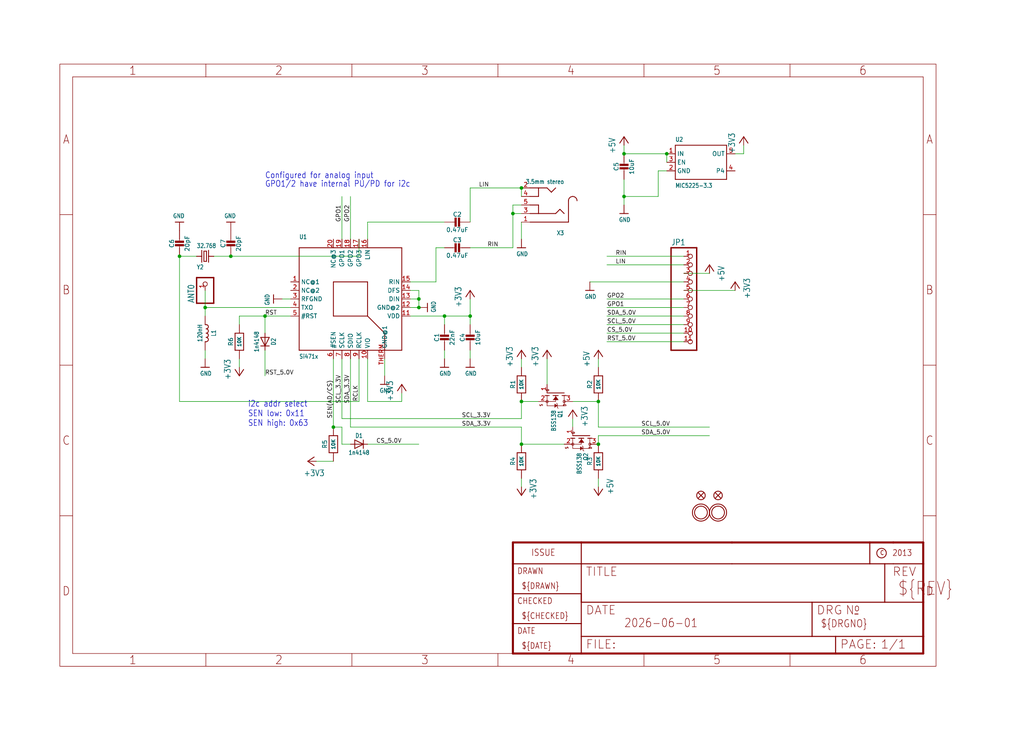
<source format=kicad_sch>
(kicad_sch (version 20230121) (generator eeschema)
  (paper "User" 304.267 217.322)
  (lib_symbols
    (symbol "working-eagle-import:+3V3" (power)
      (property "Value" "+3V3" (at -2.54 -5.08 90))
      (symbol "+3V3_1_0"
        (polyline (pts (xy 0 0) (xy -1.27 -1.905)) (stroke (width 0.254)))
        (polyline (pts (xy 1.27 -1.905) (xy 0 0)) (stroke (width 0.254)))
        (pin power_in line (at 0 -2.54 90) (length 2.54) (name "+3V3") (number "1"))
      )
    )
    (symbol "working-eagle-import:+5V" (power)
      (property "Value" "+5V" (at -2.54 -5.08 90))
      (symbol "+5V_1_0"
        (polyline (pts (xy 0 0) (xy -1.27 -1.905)) (stroke (width 0.254)))
        (polyline (pts (xy 1.27 -1.905) (xy 0 0)) (stroke (width 0.254)))
        (pin power_in line (at 0 -2.54 90) (length 2.54) (name "+5V") (number "1"))
      )
    )
    (symbol "working-eagle-import:AUDIO_3.5MMJACK"
      (property "Reference" "X" (at -5.08 7.62 0))
      (symbol "AUDIO_3.5MMJACK_1_0"
        (arc (start -8.89 -1.27) (mid -8.518 -2.168) (end -7.62 -2.54) (stroke (width 0.254)))
        (arc (start -7.62 -2.54) (mid -6.722 -2.168) (end -6.35 -1.27) (stroke (width 0.254)))
        (polyline (pts (xy -6.35 5.08) (xy -6.35 -1.27)) (stroke (width 0.254)))
        (polyline (pts (xy -3.81 1.27) (xy -5.08 2.54)) (stroke (width 0.254)))
        (polyline (pts (xy -2.54 2.54) (xy -3.81 1.27)) (stroke (width 0.254)))
        (polyline (pts (xy -1.27 -3.81) (xy -2.54 -5.08)) (stroke (width 0.254)))
        (polyline (pts (xy 0 -5.08) (xy -1.27 -3.81)) (stroke (width 0.254)))
        (polyline (pts (xy 2.54 -5.08) (xy 0 -5.08)) (stroke (width 0.254)))
        (polyline (pts (xy 2.54 -2.54) (xy 2.54 -5.08)) (stroke (width 0.254)))
        (polyline (pts (xy 2.54 0) (xy 2.54 2.54)) (stroke (width 0.254)))
        (polyline (pts (xy 2.54 2.54) (xy -2.54 2.54)) (stroke (width 0.254)))
        (polyline (pts (xy 5.08 -5.08) (xy 2.54 -5.08)) (stroke (width 0.254)))
        (polyline (pts (xy 5.08 -2.54) (xy 2.54 -2.54)) (stroke (width 0.254)))
        (polyline (pts (xy 5.08 0) (xy 2.54 0)) (stroke (width 0.254)))
        (polyline (pts (xy 5.08 2.54) (xy 2.54 2.54)) (stroke (width 0.254)))
        (polyline (pts (xy 5.08 5.08) (xy -6.35 5.08)) (stroke (width 0.254)))
        (pin bidirectional line (at 7.62 5.08 180) (length 2.54) (name "P$1") (number "1"))
        (pin bidirectional line (at 7.62 -5.08 180) (length 2.54) (name "P$5") (number "2"))
        (pin bidirectional line (at 7.62 2.54 180) (length 2.54) (name "P$2") (number "3"))
        (pin bidirectional line (at 7.62 -2.54 180) (length 2.54) (name "P$4") (number "4"))
        (pin bidirectional line (at 7.62 0 180) (length 2.54) (name "P$3") (number "5"))
      )
    )
    (symbol "working-eagle-import:CAP_CERAMIC0805-NOOUTLINE"
      (property "Reference" "C" (at -2.29 1.25 90))
      (symbol "CAP_CERAMIC0805-NOOUTLINE_1_0"
        (rectangle (start -1.27 0.508) (end 1.27 1.016) (fill (type outline)))
        (rectangle (start -1.27 1.524) (end 1.27 2.032) (fill (type outline)))
        (polyline (pts (xy 0 0.762) (xy 0 0)) (stroke (width 0.1524)))
        (polyline (pts (xy 0 2.54) (xy 0 1.778)) (stroke (width 0.1524)))
        (pin passive line (at 0 5.08 270) (length 2.54) (name "1") (number "1"))
        (pin passive line (at 0 -2.54 90) (length 2.54) (name "2") (number "2"))
      )
    )
    (symbol "working-eagle-import:CRYSTAL8.0X3.8"
      (property "Reference" "Y" (at -2.54 2.54 0))
      (symbol "CRYSTAL8.0X3.8_1_0"
        (polyline (pts (xy -2.54 0) (xy -1.016 0)) (stroke (width 0.254)))
        (polyline (pts (xy -1.016 0) (xy -1.016 -1.778)) (stroke (width 0.254)))
        (polyline (pts (xy -1.016 1.778) (xy -1.016 0)) (stroke (width 0.254)))
        (polyline (pts (xy -0.381 -1.524) (xy 0.381 -1.524)) (stroke (width 0.254)))
        (polyline (pts (xy -0.381 1.524) (xy -0.381 -1.524)) (stroke (width 0.254)))
        (polyline (pts (xy 0.381 -1.524) (xy 0.381 1.524)) (stroke (width 0.254)))
        (polyline (pts (xy 0.381 1.524) (xy -0.381 1.524)) (stroke (width 0.254)))
        (polyline (pts (xy 1.016 0) (xy 1.016 -1.778)) (stroke (width 0.254)))
        (polyline (pts (xy 1.016 1.778) (xy 1.016 0)) (stroke (width 0.254)))
        (polyline (pts (xy 2.54 0) (xy 1.016 0)) (stroke (width 0.254)))
        (pin passive line (at -2.54 0 0) (length 0) (name "1") (number "P$1"))
        (pin passive line (at 2.54 0 180) (length 0) (name "2") (number "P$4"))
      )
    )
    (symbol "working-eagle-import:DIODESOD-323"
      (property "Reference" "D" (at 0 2.54 0))
      (symbol "DIODESOD-323_1_0"
        (polyline (pts (xy -1.27 -1.27) (xy 1.27 0)) (stroke (width 0.254)))
        (polyline (pts (xy -1.27 1.27) (xy -1.27 -1.27)) (stroke (width 0.254)))
        (polyline (pts (xy 1.27 0) (xy -1.27 1.27)) (stroke (width 0.254)))
        (polyline (pts (xy 1.27 0) (xy 1.27 -1.27)) (stroke (width 0.254)))
        (polyline (pts (xy 1.27 1.27) (xy 1.27 0)) (stroke (width 0.254)))
        (pin passive line (at -2.54 0 0) (length 2.54) (name "A") (number "A"))
        (pin passive line (at 2.54 0 180) (length 2.54) (name "C") (number "C"))
      )
    )
    (symbol "working-eagle-import:FIDUCIAL{dblquote}{dblquote}"
      (symbol "FIDUCIAL{dblquote}{dblquote}_1_0"
        (polyline (pts (xy -0.762 0.762) (xy 0.762 -0.762)) (stroke (width 0.254)))
        (polyline (pts (xy 0.762 0.762) (xy -0.762 -0.762)) (stroke (width 0.254)))
        (circle (center 0 0) (radius 1.27) (stroke (width 0.254)))
      )
    )
    (symbol "working-eagle-import:FRAME_A4"
      (symbol "FRAME_A4_1_0"
        (polyline (pts (xy 0 44.7675) (xy 3.81 44.7675)))
        (polyline (pts (xy 0 89.535) (xy 3.81 89.535)))
        (polyline (pts (xy 0 134.3025) (xy 3.81 134.3025)))
        (polyline (pts (xy 3.81 3.81) (xy 3.81 175.26)))
        (polyline (pts (xy 43.3917 0) (xy 43.3917 3.81)))
        (polyline (pts (xy 43.3917 175.26) (xy 43.3917 179.07)))
        (polyline (pts (xy 86.7833 0) (xy 86.7833 3.81)))
        (polyline (pts (xy 86.7833 175.26) (xy 86.7833 179.07)))
        (polyline (pts (xy 130.175 0) (xy 130.175 3.81)))
        (polyline (pts (xy 130.175 175.26) (xy 130.175 179.07)))
        (polyline (pts (xy 173.5667 0) (xy 173.5667 3.81)))
        (polyline (pts (xy 173.5667 175.26) (xy 173.5667 179.07)))
        (polyline (pts (xy 216.9583 0) (xy 216.9583 3.81)))
        (polyline (pts (xy 216.9583 175.26) (xy 216.9583 179.07)))
        (polyline (pts (xy 256.54 3.81) (xy 3.81 3.81)))
        (polyline (pts (xy 256.54 3.81) (xy 256.54 8.89)) (stroke (width 0.1016)))
        (polyline (pts (xy 256.54 3.81) (xy 256.54 175.26)))
        (polyline (pts (xy 256.54 8.89) (xy 256.54 13.97)) (stroke (width 0.1016)))
        (polyline (pts (xy 256.54 13.97) (xy 256.54 19.05)) (stroke (width 0.1016)))
        (polyline (pts (xy 256.54 19.05) (xy 256.54 36.83)) (stroke (width 0.1016)))
        (polyline (pts (xy 256.54 44.7675) (xy 260.35 44.7675)))
        (polyline (pts (xy 256.54 89.535) (xy 260.35 89.535)))
        (polyline (pts (xy 256.54 134.3025) (xy 260.35 134.3025)))
        (polyline (pts (xy 256.54 175.26) (xy 3.81 175.26)))
        (polyline (pts (xy 0 0) (xy 260.35 0) (xy 260.35 179.07) (xy 0 179.07) (xy 0 0)))
        (text "1" (at 21.6958 1.905 0) (effects (font (size 2.54 2.286))))
        (text "1" (at 21.6958 177.165 0) (effects (font (size 2.54 2.286))))
        (text "2" (at 65.0875 1.905 0) (effects (font (size 2.54 2.286))))
        (text "2" (at 65.0875 177.165 0) (effects (font (size 2.54 2.286))))
        (text "3" (at 108.4792 1.905 0) (effects (font (size 2.54 2.286))))
        (text "3" (at 108.4792 177.165 0) (effects (font (size 2.54 2.286))))
        (text "4" (at 151.8708 1.905 0) (effects (font (size 2.54 2.286))))
        (text "4" (at 151.8708 177.165 0) (effects (font (size 2.54 2.286))))
        (text "5" (at 195.2625 1.905 0) (effects (font (size 2.54 2.286))))
        (text "5" (at 195.2625 177.165 0) (effects (font (size 2.54 2.286))))
        (text "6" (at 238.6542 1.905 0) (effects (font (size 2.54 2.286))))
        (text "6" (at 238.6542 177.165 0) (effects (font (size 2.54 2.286))))
        (text "A" (at 1.905 156.6863 0) (effects (font (size 2.54 2.286))))
        (text "A" (at 258.445 156.6863 0) (effects (font (size 2.54 2.286))))
        (text "B" (at 1.905 111.9188 0) (effects (font (size 2.54 2.286))))
        (text "B" (at 258.445 111.9188 0) (effects (font (size 2.54 2.286))))
        (text "C" (at 1.905 67.1513 0) (effects (font (size 2.54 2.286))))
        (text "C" (at 258.445 67.1513 0) (effects (font (size 2.54 2.286))))
        (text "D" (at 1.905 22.3838 0) (effects (font (size 2.54 2.286))))
        (text "D" (at 258.445 22.3838 0) (effects (font (size 2.54 2.286))))
      )
      (symbol "FRAME_A4_2_0"
        (polyline (pts (xy 1.27 -6.35) (xy 1.27 0)) (stroke (width 0.1016)))
        (polyline (pts (xy 1.27 0) (xy 82.55 0)) (stroke (width 0.1016)))
        (polyline (pts (xy 82.55 -6.35) (xy 1.27 -6.35)) (stroke (width 0.1016)))
        (polyline (pts (xy 82.55 0) (xy 82.55 -6.35)) (stroke (width 0.1016)))
        (text "PART OR WHOLE IS STRICTLY PROHIBITED WITHOUT WRITTEN PERMISSION!" (at 3.81 -5.08 0) (effects (font (size 1.27 1.0795)) (justify left bottom)))
        (text "PROPRIETARY" (at 3.81 -10.16 0) (effects (font (size 2.54 2.159) (thickness 0.4318) bold) (justify left bottom)))
        (text "THIS DRAWING CONTAINS CONFIDENTIAL INFORMATION. ANY REPRODUCTION IN" (at 3.81 -2.794 0) (effects (font (size 1.27 1.0795)) (justify left bottom)))
      )
      (symbol "FRAME_A4_3_0"
        (polyline (pts (xy 0 1.27) (xy 20.32 1.27)) (stroke (width 0.6096)))
        (polyline (pts (xy 0 10.16) (xy 0 1.27)) (stroke (width 0.6096)))
        (polyline (pts (xy 0 10.16) (xy 20.32 10.16)) (stroke (width 0.3048)))
        (polyline (pts (xy 0 19.05) (xy 0 10.16)) (stroke (width 0.6096)))
        (polyline (pts (xy 0 19.05) (xy 20.32 19.05)) (stroke (width 0.3048)))
        (polyline (pts (xy 0 27.94) (xy 0 19.05)) (stroke (width 0.6096)))
        (polyline (pts (xy 0 27.94) (xy 20.32 27.94)) (stroke (width 0.3048)))
        (polyline (pts (xy 0 34.29) (xy 0 27.94)) (stroke (width 0.6096)))
        (polyline (pts (xy 20.32 1.27) (xy 20.32 6.35)) (stroke (width 0.3048)))
        (polyline (pts (xy 20.32 1.27) (xy 95.885 1.27)) (stroke (width 0.6096)))
        (polyline (pts (xy 20.32 6.35) (xy 20.32 10.16)) (stroke (width 0.3048)))
        (polyline (pts (xy 20.32 6.35) (xy 88.9 6.35)) (stroke (width 0.3048)))
        (polyline (pts (xy 20.32 10.16) (xy 20.32 19.05)) (stroke (width 0.3048)))
        (polyline (pts (xy 20.32 16.51) (xy 20.32 19.05)) (stroke (width 0.3048)))
        (polyline (pts (xy 20.32 19.05) (xy 20.32 27.94)) (stroke (width 0.3048)))
        (polyline (pts (xy 20.32 27.94) (xy 20.32 34.29)) (stroke (width 0.3048)))
        (polyline (pts (xy 20.32 27.94) (xy 65.0875 27.94)) (stroke (width 0.3048)))
        (polyline (pts (xy 20.32 34.29) (xy 0 34.29)) (stroke (width 0.6096)))
        (polyline (pts (xy 65.0875 27.94) (xy 106.045 27.94)) (stroke (width 0.3048)))
        (polyline (pts (xy 65.0875 34.29) (xy 20.32 34.29)) (stroke (width 0.6096)))
        (polyline (pts (xy 88.9 6.35) (xy 95.885 6.35)) (stroke (width 0.3048)))
        (polyline (pts (xy 88.9 16.51) (xy 20.32 16.51)) (stroke (width 0.3048)))
        (polyline (pts (xy 88.9 16.51) (xy 88.9 6.35)) (stroke (width 0.3048)))
        (polyline (pts (xy 95.885 1.27) (xy 121.92 1.27)) (stroke (width 0.6096)))
        (polyline (pts (xy 95.885 6.35) (xy 95.885 1.27)) (stroke (width 0.3048)))
        (polyline (pts (xy 95.885 6.35) (xy 121.92 6.35)) (stroke (width 0.3048)))
        (polyline (pts (xy 101.6 13.0175) (xy 102.5525 13.0175)) (stroke (width 0.254)))
        (polyline (pts (xy 106.045 27.94) (xy 106.045 34.29)) (stroke (width 0.3048)))
        (polyline (pts (xy 106.045 27.94) (xy 110.49 27.94)) (stroke (width 0.3048)))
        (polyline (pts (xy 106.045 34.29) (xy 65.0875 34.29)) (stroke (width 0.6096)))
        (polyline (pts (xy 110.49 16.51) (xy 88.9 16.51)) (stroke (width 0.3048)))
        (polyline (pts (xy 110.49 27.94) (xy 110.49 16.51)) (stroke (width 0.3048)))
        (polyline (pts (xy 110.49 27.94) (xy 113.03 27.94)) (stroke (width 0.3048)))
        (polyline (pts (xy 113.03 27.94) (xy 121.92 27.94)) (stroke (width 0.3048)))
        (polyline (pts (xy 113.03 34.29) (xy 106.045 34.29)) (stroke (width 0.6096)))
        (polyline (pts (xy 121.92 6.35) (xy 121.92 1.27)) (stroke (width 0.6096)))
        (polyline (pts (xy 121.92 16.51) (xy 110.49 16.51)) (stroke (width 0.3048)))
        (polyline (pts (xy 121.92 16.51) (xy 121.92 6.35)) (stroke (width 0.6096)))
        (polyline (pts (xy 121.92 27.94) (xy 121.92 16.51)) (stroke (width 0.6096)))
        (polyline (pts (xy 121.92 34.29) (xy 113.03 34.29)) (stroke (width 0.6096)))
        (polyline (pts (xy 121.92 34.29) (xy 121.92 27.94)) (stroke (width 0.6096)))
        (circle (center 109.5375 31.115) (radius 1.4199) (stroke (width 0.254)))
        (text "${#}/${##}" (at 109.22 2.54 0) (effects (font (size 2.54 2.54)) (justify left bottom)))
        (text "${CHECKED}" (at 2.54 11.43 0) (effects (font (size 1.778 1.5113)) (justify left bottom)))
        (text "${COMPANY}" (at 23.6538 29.3687 0) (effects (font (size 3.175 2.6987) (thickness 0.5397) bold) (justify left bottom)))
        (text "${CURRENT_DATE}" (at 33.02 8.89 0) (effects (font (size 2.54 2.159)) (justify left bottom)))
        (text "${DATE}" (at 2.54 2.54 0) (effects (font (size 1.778 1.5113)) (justify left bottom)))
        (text "${DRAWN}" (at 2.54 20.32 0) (effects (font (size 1.778 1.5113)) (justify left bottom)))
        (text "${DRGNO}" (at 91.44 8.89 0) (effects (font (size 2.1844 1.8567)) (justify left bottom)))
        (text "${PROJECTNAME}" (at 33.3375 2.54 0) (effects (font (size 2.54 2.159)) (justify left bottom)))
        (text "${REV}" (at 114.3 18.415 0) (effects (font (size 3.81 3.2385)) (justify left bottom)))
        (text "2013" (at 112.7125 30.1625 0) (effects (font (size 1.778 1.5113)) (justify left bottom)))
        (text "C" (at 109.0612 30.48 0) (effects (font (size 1.27 1.0795)) (justify left bottom)))
        (text "CHECKED" (at 1.27 15.875 0) (effects (font (size 1.778 1.5113)) (justify left bottom)))
        (text "DATE" (at 1.27 6.985 0) (effects (font (size 1.778 1.5113)) (justify left bottom)))
        (text "DATE" (at 21.59 12.7 0) (effects (font (size 2.54 2.54)) (justify left bottom)))
        (text "DRAWN" (at 1.27 24.765 0) (effects (font (size 1.778 1.5113)) (justify left bottom)))
        (text "DRG" (at 90.17 12.7 0) (effects (font (size 2.54 2.54)) (justify left bottom)))
        (text "FILE:" (at 21.59 2.54 0) (effects (font (size 2.54 2.54)) (justify left bottom)))
        (text "ISSUE" (at 5.3975 30.1625 0) (effects (font (size 1.9304 1.6408)) (justify left bottom)))
        (text "N" (at 98.7425 12.7 0) (effects (font (size 2.54 2.54)) (justify left bottom)))
        (text "o" (at 101.2825 13.6525 0) (effects (font (size 2.1844 1.8567)) (justify left bottom)))
        (text "PAGE:" (at 97.155 2.54 0) (effects (font (size 2.54 2.54)) (justify left bottom)))
        (text "REV" (at 112.7125 24.13 0) (effects (font (size 2.54 2.54)) (justify left bottom)))
        (text "TITLE" (at 21.59 24.13 0) (effects (font (size 2.54 2.54)) (justify left bottom)))
      )
    )
    (symbol "working-eagle-import:GND" (power)
      (property "Value" "GND" (at -1.524 -2.54 0))
      (symbol "GND_1_0"
        (polyline (pts (xy -1.27 0) (xy 1.27 0)) (stroke (width 0.254)))
        (pin power_in line (at 0 2.54 270) (length 2.54) (name "GND") (number "1"))
      )
    )
    (symbol "working-eagle-import:HEADER-1X11"
      (property "Reference" "JP" (at -6.35 15.875 0))
      (symbol "HEADER-1X11_1_0"
        (polyline (pts (xy -6.35 -15.24) (xy 1.27 -15.24)) (stroke (width 0.4064)))
        (polyline (pts (xy -6.35 15.24) (xy -6.35 -15.24)) (stroke (width 0.4064)))
        (polyline (pts (xy 1.27 -15.24) (xy 1.27 15.24)) (stroke (width 0.4064)))
        (polyline (pts (xy 1.27 15.24) (xy -6.35 15.24)) (stroke (width 0.4064)))
        (pin passive inverted (at -2.54 12.7 0) (length 2.54) (name "1") (number "1"))
        (pin passive inverted (at -2.54 -10.16 0) (length 2.54) (name "10") (number "10"))
        (pin passive inverted (at -2.54 -12.7 0) (length 2.54) (name "11") (number "11"))
        (pin passive inverted (at -2.54 10.16 0) (length 2.54) (name "2") (number "2"))
        (pin passive inverted (at -2.54 7.62 0) (length 2.54) (name "3") (number "3"))
        (pin passive inverted (at -2.54 5.08 0) (length 2.54) (name "4") (number "4"))
        (pin passive inverted (at -2.54 2.54 0) (length 2.54) (name "5") (number "5"))
        (pin passive inverted (at -2.54 0 0) (length 2.54) (name "6") (number "6"))
        (pin passive inverted (at -2.54 -2.54 0) (length 2.54) (name "7") (number "7"))
        (pin passive inverted (at -2.54 -5.08 0) (length 2.54) (name "8") (number "8"))
        (pin passive inverted (at -2.54 -7.62 0) (length 2.54) (name "9") (number "9"))
      )
    )
    (symbol "working-eagle-import:INDUCTOR_0805"
      (property "Reference" "L" (at 0 2.54 0))
      (symbol "INDUCTOR_0805_1_0"
        (arc (start -1.27 0.3173) (mid -1.9049 0.9497) (end -2.54 0.3175) (stroke (width 0.254)))
        (polyline (pts (xy -2.54 0.3175) (xy -2.54 0)) (stroke (width 0.254)))
        (polyline (pts (xy 2.54 0.3175) (xy 2.54 0)) (stroke (width 0.254)))
        (arc (start 0 0.3173) (mid -0.6349 0.9497) (end -1.27 0.3175) (stroke (width 0.254)))
        (arc (start 1.27 0.3173) (mid 0.6351 0.9497) (end 0 0.3175) (stroke (width 0.254)))
        (arc (start 2.54 0.3173) (mid 1.9051 0.9497) (end 1.27 0.3175) (stroke (width 0.254)))
        (pin passive line (at -5.08 0 0) (length 2.54) (name "1") (number "1"))
        (pin passive line (at 5.08 0 180) (length 2.54) (name "2") (number "2"))
      )
    )
    (symbol "working-eagle-import:MOSFET-NREFLOW"
      (property "Reference" "Q" (at 5.08 0.635 0))
      (symbol "MOSFET-NREFLOW_1_0"
        (polyline (pts (xy 0 2.54) (xy 0 -2.54)) (stroke (width 0.254)))
        (polyline (pts (xy 0.762 -2.54) (xy 0.762 -3.175)) (stroke (width 0.254)))
        (polyline (pts (xy 0.762 -1.905) (xy 0.762 -2.54)) (stroke (width 0.254)))
        (polyline (pts (xy 0.762 0) (xy 0.762 -0.762)) (stroke (width 0.254)))
        (polyline (pts (xy 0.762 0) (xy 2.54 0)) (stroke (width 0.1524)))
        (polyline (pts (xy 0.762 0.762) (xy 0.762 0)) (stroke (width 0.254)))
        (polyline (pts (xy 0.762 2.54) (xy 0.762 1.905)) (stroke (width 0.254)))
        (polyline (pts (xy 0.762 2.54) (xy 3.81 2.54)) (stroke (width 0.1524)))
        (polyline (pts (xy 0.762 3.175) (xy 0.762 2.54)) (stroke (width 0.254)))
        (polyline (pts (xy 2.54 -2.54) (xy 0.762 -2.54)) (stroke (width 0.1524)))
        (polyline (pts (xy 2.54 -2.54) (xy 3.81 -2.54)) (stroke (width 0.1524)))
        (polyline (pts (xy 2.54 0) (xy 2.54 -2.54)) (stroke (width 0.1524)))
        (polyline (pts (xy 3.302 0.508) (xy 3.048 0.254)) (stroke (width 0.1524)))
        (polyline (pts (xy 3.81 0.508) (xy 3.302 0.508)) (stroke (width 0.1524)))
        (polyline (pts (xy 3.81 0.508) (xy 3.81 -2.54)) (stroke (width 0.1524)))
        (polyline (pts (xy 3.81 2.54) (xy 3.81 0.508)) (stroke (width 0.1524)))
        (polyline (pts (xy 4.318 0.508) (xy 3.81 0.508)) (stroke (width 0.1524)))
        (polyline (pts (xy 4.572 0.762) (xy 4.318 0.508)) (stroke (width 0.1524)))
        (polyline (pts (xy 1.016 0) (xy 2.032 0.762) (xy 2.032 -0.762)) (stroke (width 0.1524)) (fill (type outline)))
        (polyline (pts (xy 3.81 0.508) (xy 3.302 -0.254) (xy 4.318 -0.254)) (stroke (width 0.1524)) (fill (type outline)))
        (circle (center 2.54 -2.54) (radius 0.3592))
        (circle (center 2.54 2.54) (radius 0.3592))
        (text "D" (at 3.175 3.175 0) (effects (font (size 0.8128 0.6908)) (justify left bottom)))
        (text "G" (at -1.27 -1.905 0) (effects (font (size 0.8128 0.6908)) (justify left bottom)))
        (text "S" (at 3.175 -3.81 0) (effects (font (size 0.8128 0.6908)) (justify left bottom)))
        (pin bidirectional line (at -2.54 -2.54 0) (length 2.54) (name "G") (number "1"))
        (pin bidirectional line (at 2.54 -5.08 90) (length 2.54) (name "S") (number "2"))
        (pin bidirectional line (at 2.54 5.08 270) (length 2.54) (name "D") (number "3"))
      )
    )
    (symbol "working-eagle-import:MOUNTINGHOLE2.5"
      (symbol "MOUNTINGHOLE2.5_1_0"
        (circle (center 0 0) (radius 1.905) (stroke (width 0.254)))
        (circle (center 0 0) (radius 2.54) (stroke (width 0.254)))
      )
    )
    (symbol "working-eagle-import:PINHD-1X1"
      (property "Reference" "JP" (at -6.35 3.175 0))
      (symbol "PINHD-1X1_1_0"
        (polyline (pts (xy -6.35 -2.54) (xy 1.27 -2.54)) (stroke (width 0.4064)))
        (polyline (pts (xy -6.35 2.54) (xy -6.35 -2.54)) (stroke (width 0.4064)))
        (polyline (pts (xy 1.27 -2.54) (xy 1.27 2.54)) (stroke (width 0.4064)))
        (polyline (pts (xy 1.27 2.54) (xy -6.35 2.54)) (stroke (width 0.4064)))
        (pin passive inverted (at -2.54 0 0) (length 2.54) (name "1") (number "1"))
      )
    )
    (symbol "working-eagle-import:RESISTOR0805_NOOUTLINE"
      (property "Reference" "R" (at 0 2.54 0))
      (symbol "RESISTOR0805_NOOUTLINE_1_0"
        (polyline (pts (xy -2.54 -1.27) (xy -2.54 1.27)) (stroke (width 0.254)))
        (polyline (pts (xy -2.54 1.27) (xy 2.54 1.27)) (stroke (width 0.254)))
        (polyline (pts (xy 2.54 -1.27) (xy -2.54 -1.27)) (stroke (width 0.254)))
        (polyline (pts (xy 2.54 1.27) (xy 2.54 -1.27)) (stroke (width 0.254)))
        (pin passive line (at -5.08 0 0) (length 2.54) (name "1") (number "1"))
        (pin passive line (at 5.08 0 180) (length 2.54) (name "2") (number "2"))
      )
    )
    (symbol "working-eagle-import:RESISTOR_0805MP"
      (property "Reference" "R" (at 0 2.54 0))
      (symbol "RESISTOR_0805MP_1_0"
        (polyline (pts (xy -2.54 -1.27) (xy -2.54 1.27)) (stroke (width 0.254)))
        (polyline (pts (xy -2.54 1.27) (xy 2.54 1.27)) (stroke (width 0.254)))
        (polyline (pts (xy 2.54 -1.27) (xy -2.54 -1.27)) (stroke (width 0.254)))
        (polyline (pts (xy 2.54 1.27) (xy 2.54 -1.27)) (stroke (width 0.254)))
        (pin passive line (at -5.08 0 0) (length 2.54) (name "1") (number "1"))
        (pin passive line (at 5.08 0 180) (length 2.54) (name "2") (number "2"))
      )
    )
    (symbol "working-eagle-import:SI471X"
      (property "Reference" "U" (at -15.24 17.78 0))
      (symbol "SI471X_1_0"
        (polyline (pts (xy -15.24 -15.24) (xy -15.24 15.24)) (stroke (width 0.254)))
        (polyline (pts (xy -15.24 15.24) (xy 15.24 15.24)) (stroke (width 0.254)))
        (polyline (pts (xy -5.08 -5.08) (xy -5.08 5.08)) (stroke (width 0.254)))
        (polyline (pts (xy -5.08 5.08) (xy 5.08 5.08)) (stroke (width 0.254)))
        (polyline (pts (xy 5.08 -5.08) (xy -5.08 -5.08)) (stroke (width 0.254)))
        (polyline (pts (xy 5.08 -5.08) (xy 10.16 -10.16)) (stroke (width 0.254)))
        (polyline (pts (xy 5.08 5.08) (xy 5.08 -5.08)) (stroke (width 0.254)))
        (polyline (pts (xy 10.16 -10.16) (xy 10.16 -15.24)) (stroke (width 0.254)))
        (polyline (pts (xy 15.24 -15.24) (xy -15.24 -15.24)) (stroke (width 0.254)))
        (polyline (pts (xy 15.24 15.24) (xy 15.24 -15.24)) (stroke (width 0.254)))
        (pin bidirectional line (at -17.78 5.08 0) (length 2.54) (name "NC@1") (number "1"))
        (pin bidirectional line (at 5.08 -17.78 90) (length 2.54) (name "VIO") (number "10"))
        (pin bidirectional line (at 17.78 -5.08 180) (length 2.54) (name "VDD") (number "11"))
        (pin bidirectional line (at 17.78 -2.54 180) (length 2.54) (name "GND@2") (number "12"))
        (pin bidirectional line (at 17.78 0 180) (length 2.54) (name "DIN") (number "13"))
        (pin bidirectional line (at 17.78 2.54 180) (length 2.54) (name "DFS") (number "14"))
        (pin bidirectional line (at 17.78 5.08 180) (length 2.54) (name "RIN") (number "15"))
        (pin bidirectional line (at 5.08 17.78 270) (length 2.54) (name "LIN") (number "16"))
        (pin bidirectional line (at 2.54 17.78 270) (length 2.54) (name "GPO3") (number "17"))
        (pin bidirectional line (at 0 17.78 270) (length 2.54) (name "GPO2") (number "18"))
        (pin bidirectional line (at -2.54 17.78 270) (length 2.54) (name "GPO1") (number "19"))
        (pin bidirectional line (at -17.78 2.54 0) (length 2.54) (name "NC@2") (number "2"))
        (pin bidirectional line (at -5.08 17.78 270) (length 2.54) (name "NC@3") (number "20"))
        (pin bidirectional line (at -17.78 0 0) (length 2.54) (name "RFGND") (number "3"))
        (pin bidirectional line (at -17.78 -2.54 0) (length 2.54) (name "TXO") (number "4"))
        (pin bidirectional line (at -17.78 -5.08 0) (length 2.54) (name "#RST") (number "5"))
        (pin bidirectional line (at -5.08 -17.78 90) (length 2.54) (name "#SEN") (number "6"))
        (pin bidirectional line (at -2.54 -17.78 90) (length 2.54) (name "SCLK") (number "7"))
        (pin bidirectional line (at 0 -17.78 90) (length 2.54) (name "SDIO") (number "8"))
        (pin bidirectional line (at 2.54 -17.78 90) (length 2.54) (name "RCLK") (number "9"))
        (pin bidirectional line (at 10.16 -17.78 90) (length 2.54) (name "GND@1") (number "THERM"))
      )
    )
    (symbol "working-eagle-import:VREG_SOT23-5"
      (property "Reference" "U" (at -7.62 6.096 0))
      (symbol "VREG_SOT23-5_1_0"
        (polyline (pts (xy -7.62 -5.08) (xy -7.62 5.08)) (stroke (width 0.254)))
        (polyline (pts (xy -7.62 5.08) (xy 7.62 5.08)) (stroke (width 0.254)))
        (polyline (pts (xy 7.62 -5.08) (xy -7.62 -5.08)) (stroke (width 0.254)))
        (polyline (pts (xy 7.62 5.08) (xy 7.62 -5.08)) (stroke (width 0.254)))
        (pin power_in line (at -10.16 2.54 0) (length 2.54) (name "IN") (number "1"))
        (pin power_in line (at -10.16 -2.54 0) (length 2.54) (name "GND") (number "2"))
        (pin input line (at -10.16 0 0) (length 2.54) (name "EN") (number "3"))
        (pin bidirectional line (at 10.16 -2.54 180) (length 2.54) (name "P4") (number "4"))
        (pin power_in line (at 10.16 2.54 180) (length 2.54) (name "OUT") (number "5"))
      )
    )
  )
  (junction (at 185.42 45.72))
  (junction (at 154.94 132.08))
  (junction (at 68.58 76.2))
  (junction (at 78.74 93.98))
  (junction (at 124.46 91.44))
  (junction (at 139.7 93.98))
  (junction (at 132.08 93.98))
  (junction (at 154.94 55.88))
  (junction (at 177.8 132.08))
  (junction (at 152.4 63.5))
  (junction (at 99.06 127))
  (junction (at 154.94 119.38))
  (junction (at 53.34 76.2))
  (junction (at 185.42 58.42))
  (junction (at 198.12 45.72))
  (junction (at 177.8 119.38))
  (junction (at 60.96 91.44))
  (junction (at 124.46 88.9))
  (wire (pts (xy 109.22 66.04) (xy 132.08 66.04)) (stroke (width 0.1524)))
  (wire (pts (xy 121.92 88.9) (xy 124.46 88.9)) (stroke (width 0.1524)))
  (wire (pts (xy 101.6 127) (xy 101.6 132.08)) (stroke (width 0.1524)))
  (wire (pts (xy 154.94 119.38) (xy 160.02 119.38)) (stroke (width 0.1524)))
  (wire (pts (xy 104.14 106.68) (xy 104.14 127)) (stroke (width 0.1524)))
  (wire (pts (xy 180.34 78.74) (xy 203.2 78.74)) (stroke (width 0.1524)))
  (wire (pts (xy 114.3 106.68) (xy 114.3 111.76)) (stroke (width 0.1524)))
  (wire (pts (xy 198.12 50.8) (xy 195.58 50.8)) (stroke (width 0.1524)))
  (wire (pts (xy 218.44 45.72) (xy 220.98 45.72)) (stroke (width 0.1524)))
  (wire (pts (xy 177.8 127) (xy 210.82 127)) (stroke (width 0.1524)))
  (wire (pts (xy 86.36 88.9) (xy 83.82 88.9)) (stroke (width 0.1524)))
  (wire (pts (xy 220.98 45.72) (xy 220.98 43.18)) (stroke (width 0.1524)))
  (wire (pts (xy 53.34 76.2) (xy 58.42 76.2)) (stroke (width 0.1524)))
  (wire (pts (xy 86.36 93.98) (xy 78.74 93.98)) (stroke (width 0.1524)))
  (wire (pts (xy 203.2 91.44) (xy 180.34 91.44)) (stroke (width 0.1524)))
  (wire (pts (xy 198.12 48.26) (xy 198.12 45.72)) (stroke (width 0.1524)))
  (wire (pts (xy 106.68 76.2) (xy 106.68 71.12)) (stroke (width 0.1524)))
  (wire (pts (xy 218.44 86.36) (xy 203.2 86.36)) (stroke (width 0.1524)))
  (wire (pts (xy 106.68 106.68) (xy 106.68 119.38)) (stroke (width 0.1524)))
  (wire (pts (xy 152.4 73.66) (xy 152.4 63.5)) (stroke (width 0.1524)))
  (wire (pts (xy 154.94 55.88) (xy 154.94 58.42)) (stroke (width 0.1524)))
  (wire (pts (xy 129.54 83.82) (xy 129.54 73.66)) (stroke (width 0.1524)))
  (wire (pts (xy 106.68 119.38) (xy 53.34 119.38)) (stroke (width 0.1524)))
  (wire (pts (xy 124.46 86.36) (xy 124.46 88.9)) (stroke (width 0.1524)))
  (wire (pts (xy 180.34 93.98) (xy 203.2 93.98)) (stroke (width 0.1524)))
  (wire (pts (xy 152.4 60.96) (xy 154.94 60.96)) (stroke (width 0.1524)))
  (wire (pts (xy 195.58 58.42) (xy 185.42 58.42)) (stroke (width 0.1524)))
  (wire (pts (xy 78.74 93.98) (xy 78.74 99.06)) (stroke (width 0.1524)))
  (wire (pts (xy 101.6 58.42) (xy 101.6 71.12)) (stroke (width 0.1524)))
  (wire (pts (xy 185.42 58.42) (xy 185.42 60.96)) (stroke (width 0.1524)))
  (wire (pts (xy 78.74 93.98) (xy 71.12 93.98)) (stroke (width 0.1524)))
  (wire (pts (xy 86.36 91.44) (xy 60.96 91.44)) (stroke (width 0.1524)))
  (wire (pts (xy 132.08 93.98) (xy 139.7 93.98)) (stroke (width 0.1524)))
  (wire (pts (xy 177.8 132.08) (xy 177.8 129.54)) (stroke (width 0.1524)))
  (wire (pts (xy 99.06 106.68) (xy 99.06 127)) (stroke (width 0.1524)))
  (wire (pts (xy 154.94 63.5) (xy 152.4 63.5)) (stroke (width 0.1524)))
  (wire (pts (xy 203.2 76.2) (xy 180.34 76.2)) (stroke (width 0.1524)))
  (wire (pts (xy 139.7 88.9) (xy 139.7 93.98)) (stroke (width 0.1524)))
  (wire (pts (xy 139.7 104.14) (xy 139.7 106.68)) (stroke (width 0.1524)))
  (wire (pts (xy 78.74 104.14) (xy 78.74 111.76)) (stroke (width 0.1524)))
  (wire (pts (xy 154.94 106.68) (xy 154.94 109.22)) (stroke (width 0.1524)))
  (wire (pts (xy 154.94 132.08) (xy 154.94 127)) (stroke (width 0.1524)))
  (wire (pts (xy 63.5 76.2) (xy 68.58 76.2)) (stroke (width 0.1524)))
  (wire (pts (xy 154.94 71.12) (xy 154.94 66.04)) (stroke (width 0.1524)))
  (wire (pts (xy 177.8 119.38) (xy 177.8 127)) (stroke (width 0.1524)))
  (wire (pts (xy 101.6 106.68) (xy 101.6 124.46)) (stroke (width 0.1524)))
  (wire (pts (xy 53.34 119.38) (xy 53.34 76.2)) (stroke (width 0.1524)))
  (wire (pts (xy 71.12 106.68) (xy 71.12 109.22)) (stroke (width 0.1524)))
  (wire (pts (xy 121.92 93.98) (xy 132.08 93.98)) (stroke (width 0.1524)))
  (wire (pts (xy 139.7 66.04) (xy 139.7 55.88)) (stroke (width 0.1524)))
  (wire (pts (xy 104.14 71.12) (xy 104.14 58.42)) (stroke (width 0.1524)))
  (wire (pts (xy 152.4 63.5) (xy 152.4 60.96)) (stroke (width 0.1524)))
  (wire (pts (xy 154.94 124.46) (xy 154.94 119.38)) (stroke (width 0.1524)))
  (wire (pts (xy 170.18 119.38) (xy 177.8 119.38)) (stroke (width 0.1524)))
  (wire (pts (xy 203.2 88.9) (xy 180.34 88.9)) (stroke (width 0.1524)))
  (wire (pts (xy 203.2 99.06) (xy 180.34 99.06)) (stroke (width 0.1524)))
  (wire (pts (xy 185.42 43.18) (xy 185.42 45.72)) (stroke (width 0.1524)))
  (wire (pts (xy 195.58 50.8) (xy 195.58 58.42)) (stroke (width 0.1524)))
  (wire (pts (xy 129.54 73.66) (xy 132.08 73.66)) (stroke (width 0.1524)))
  (wire (pts (xy 139.7 55.88) (xy 154.94 55.88)) (stroke (width 0.1524)))
  (wire (pts (xy 121.92 86.36) (xy 124.46 86.36)) (stroke (width 0.1524)))
  (wire (pts (xy 139.7 73.66) (xy 152.4 73.66)) (stroke (width 0.1524)))
  (wire (pts (xy 109.22 132.08) (xy 124.46 132.08)) (stroke (width 0.1524)))
  (wire (pts (xy 203.2 83.82) (xy 175.26 83.82)) (stroke (width 0.1524)))
  (wire (pts (xy 99.06 127) (xy 101.6 127)) (stroke (width 0.1524)))
  (wire (pts (xy 68.58 76.2) (xy 106.68 76.2)) (stroke (width 0.1524)))
  (wire (pts (xy 177.8 144.78) (xy 177.8 142.24)) (stroke (width 0.1524)))
  (wire (pts (xy 154.94 124.46) (xy 101.6 124.46)) (stroke (width 0.1524)))
  (wire (pts (xy 167.64 132.08) (xy 154.94 132.08)) (stroke (width 0.1524)))
  (wire (pts (xy 132.08 104.14) (xy 132.08 106.68)) (stroke (width 0.1524)))
  (wire (pts (xy 119.38 119.38) (xy 119.38 116.84)) (stroke (width 0.1524)))
  (wire (pts (xy 198.12 45.72) (xy 185.42 45.72)) (stroke (width 0.1524)))
  (wire (pts (xy 101.6 132.08) (xy 104.14 132.08)) (stroke (width 0.1524)))
  (wire (pts (xy 177.8 106.68) (xy 177.8 109.22)) (stroke (width 0.1524)))
  (wire (pts (xy 203.2 96.52) (xy 180.34 96.52)) (stroke (width 0.1524)))
  (wire (pts (xy 109.22 71.12) (xy 109.22 66.04)) (stroke (width 0.1524)))
  (wire (pts (xy 109.22 119.38) (xy 119.38 119.38)) (stroke (width 0.1524)))
  (wire (pts (xy 60.96 86.36) (xy 60.96 91.44)) (stroke (width 0.1524)))
  (wire (pts (xy 185.42 58.42) (xy 185.42 53.34)) (stroke (width 0.1524)))
  (wire (pts (xy 203.2 101.6) (xy 180.34 101.6)) (stroke (width 0.1524)))
  (wire (pts (xy 162.56 114.3) (xy 162.56 106.68)) (stroke (width 0.1524)))
  (wire (pts (xy 71.12 93.98) (xy 71.12 96.52)) (stroke (width 0.1524)))
  (wire (pts (xy 203.2 81.28) (xy 210.82 81.28)) (stroke (width 0.1524)))
  (wire (pts (xy 121.92 91.44) (xy 124.46 91.44)) (stroke (width 0.1524)))
  (wire (pts (xy 121.92 83.82) (xy 129.54 83.82)) (stroke (width 0.1524)))
  (wire (pts (xy 139.7 93.98) (xy 139.7 96.52)) (stroke (width 0.1524)))
  (wire (pts (xy 154.94 144.78) (xy 154.94 142.24)) (stroke (width 0.1524)))
  (wire (pts (xy 177.8 129.54) (xy 210.82 129.54)) (stroke (width 0.1524)))
  (wire (pts (xy 132.08 93.98) (xy 132.08 96.52)) (stroke (width 0.1524)))
  (wire (pts (xy 109.22 106.68) (xy 109.22 119.38)) (stroke (width 0.1524)))
  (wire (pts (xy 124.46 88.9) (xy 124.46 91.44)) (stroke (width 0.1524)))
  (wire (pts (xy 170.18 124.46) (xy 170.18 127)) (stroke (width 0.1524)))
  (wire (pts (xy 154.94 127) (xy 104.14 127)) (stroke (width 0.1524)))
  (wire (pts (xy 60.96 91.44) (xy 60.96 93.98)) (stroke (width 0.1524)))
  (wire (pts (xy 60.96 104.14) (xy 60.96 106.68)) (stroke (width 0.1524)))
  (wire (pts (xy 93.98 137.16) (xy 99.06 137.16)) (stroke (width 0.1524)))
  (text "i2c addr select\nSEN low: 0x11\nSEN high: 0x63" (at 73.66 127 0) (effects (font (size 1.778 1.5113)) (justify left bottom)))
  (text "Configured for analog input" (at 78.74 53.34 0) (effects (font (size 1.778 1.5113)) (justify left bottom)))
  (text "GPO1/2 have internal PU/PD for i2c" (at 78.74 55.88 0) (effects (font (size 1.778 1.5113)) (justify left bottom)))
  (label "CS_5.0V" (at 111.76 132.08 0) (effects (font (size 1.2446 1.2446))))
  (label "RIN" (at 144.78 73.66 0) (effects (font (size 1.2446 1.2446))))
  (label "CS_5.0V" (at 180.34 99.06 0) (effects (font (size 1.2446 1.2446))))
  (label "GPO1" (at 101.6 66.04 90) (effects (font (size 1.2446 1.2446))))
  (label "SDA_5.0V" (at 190.5 129.54 0) (effects (font (size 1.2446 1.2446))))
  (label "SDA_3.3V" (at 104.14 120.015 90) (effects (font (size 1.2446 1.2446))))
  (label "SDA_5.0V" (at 180.34 93.98 0) (effects (font (size 1.2446 1.2446))))
  (label "GPO1" (at 180.34 91.44 0) (effects (font (size 1.2446 1.2446))))
  (label "SCL_5.0V" (at 180.34 96.52 0) (effects (font (size 1.2446 1.2446))))
  (label "LIN" (at 142.24 55.88 0) (effects (font (size 1.2446 1.2446))))
  (label "SCL_5.0V" (at 190.5 127 0) (effects (font (size 1.2446 1.2446))))
  (label "RST_5.0V" (at 180.34 101.6 0) (effects (font (size 1.2446 1.2446))))
  (label "GPO2" (at 104.14 66.04 90) (effects (font (size 1.2446 1.2446))))
  (label "RIN" (at 182.88 76.2 0) (effects (font (size 1.2446 1.2446))))
  (label "RCLK" (at 106.68 119.38 90) (effects (font (size 1.2446 1.2446))))
  (label "SCL_3.3V" (at 137.16 124.46 0) (effects (font (size 1.2446 1.2446))))
  (label "SCL_3.3V" (at 101.6 120.015 90) (effects (font (size 1.2446 1.2446))))
  (label "RST" (at 78.74 93.98 0) (effects (font (size 1.2446 1.2446))))
  (label "SDA_3.3V" (at 137.16 127 0) (effects (font (size 1.2446 1.2446))))
  (label "RST_5.0V" (at 78.74 111.76 0) (effects (font (size 1.2446 1.2446))))
  (label "SEN(AD/CS)" (at 99.06 124.46 90) (effects (font (size 1.2446 1.2446))))
  (label "LIN" (at 182.88 78.74 0) (effects (font (size 1.2446 1.2446))))
  (label "GPO2" (at 180.34 88.9 0) (effects (font (size 1.2446 1.2446))))
  (symbol (lib_id "working-eagle-import:HEADER-1X11") (at 205.74 88.9 0) (unit 1)
    (property "Reference" "JP1" (at 199.39 73.025 0) (effects (font (size 1.778 1.5113)) (justify left bottom)))
    (property "Value" "HEADER-1X11" (effects hide))
    (property "Footprint" "working:1X11_ROUND" (effects hide))
  )
  (symbol (lib_id "working-eagle-import:GND") (at 68.58 66.04 180) (unit 1)
    (property "Reference" "#U$10" (effects hide))
    (property "Value" "GND" (at 70.104 63.5 0) (effects (font (size 1.27 1.0795)) (justify left bottom)))
  )
  (symbol (lib_id "working-eagle-import:+3V3") (at 162.56 104.14 0) (unit 1)
    (property "Reference" "#+3V2" (effects hide))
    (property "Value" "+3V3" (at 160.02 109.22 90) (effects (font (size 1.778 1.5113)) (justify left bottom)))
  )
  (symbol (lib_id "working-eagle-import:GND") (at 139.7 109.22 0) (unit 1)
    (property "Reference" "#U$12" (effects hide))
    (property "Value" "GND" (at 138.176 111.76 0) (effects (font (size 1.27 1.0795)) (justify left bottom)))
  )
  (symbol (lib_id "working-eagle-import:+3V3") (at 71.12 111.76 0) (mirror x) (unit 1)
    (property "Reference" "#+3V6" (effects hide))
    (property "Value" "+3V3" (at 68.58 106.68 90) (effects (font (size 1.778 1.5113)) (justify left bottom)))
  )
  (symbol (lib_id "working-eagle-import:CAP_CERAMIC0805-NOOUTLINE") (at 185.42 50.8 0) (unit 1)
    (property "Reference" "C5" (at 183.13 49.55 90))
    (property "Value" "10uF" (at 187.72 49.55 90))
    (property "Footprint" "working:0805-NO" (effects hide))
  )
  (symbol (lib_id "working-eagle-import:CAP_CERAMIC0805-NOOUTLINE") (at 68.58 73.66 0) (unit 1)
    (property "Reference" "C7" (at 66.29 72.41 90))
    (property "Value" "20pF" (at 70.88 72.41 90))
    (property "Footprint" "working:0805-NO" (effects hide))
  )
  (symbol (lib_id "working-eagle-import:FIDUCIAL{dblquote}{dblquote}") (at 208.28 147.32 0) (unit 1)
    (property "Reference" "FID2" (effects hide))
    (property "Value" "FIDUCIAL{dblquote}{dblquote}" (effects hide))
    (property "Footprint" "working:FIDUCIAL_1MM" (effects hide))
  )
  (symbol (lib_id "working-eagle-import:GND") (at 114.3 114.3 0) (unit 1)
    (property "Reference" "#U$4" (effects hide))
    (property "Value" "GND" (at 112.776 116.84 0) (effects (font (size 1.27 1.0795)) (justify left bottom)))
  )
  (symbol (lib_id "working-eagle-import:+3V3") (at 154.94 147.32 180) (unit 1)
    (property "Reference" "#+3V5" (effects hide))
    (property "Value" "+3V3" (at 157.48 142.24 90) (effects (font (size 1.778 1.5113)) (justify left bottom)))
  )
  (symbol (lib_id "working-eagle-import:+3V3") (at 139.7 86.36 0) (unit 1)
    (property "Reference" "#+3V8" (effects hide))
    (property "Value" "+3V3" (at 137.16 91.44 90) (effects (font (size 1.778 1.5113)) (justify left bottom)))
  )
  (symbol (lib_id "working-eagle-import:+3V3") (at 119.38 114.3 0) (unit 1)
    (property "Reference" "#+3V9" (effects hide))
    (property "Value" "+3V3" (at 116.84 119.38 90) (effects (font (size 1.778 1.5113)) (justify left bottom)))
  )
  (symbol (lib_id "working-eagle-import:RESISTOR0805_NOOUTLINE") (at 99.06 132.08 90) (unit 1)
    (property "Reference" "R5" (at 96.52 132.08 0))
    (property "Value" "10K" (at 99.06 132.08 0) (effects (font (size 1.016 1.016) bold)))
    (property "Footprint" "working:0805-NO" (effects hide))
  )
  (symbol (lib_id "working-eagle-import:RESISTOR0805_NOOUTLINE") (at 154.94 114.3 90) (unit 1)
    (property "Reference" "R1" (at 152.4 114.3 0))
    (property "Value" "10K" (at 154.94 114.3 0) (effects (font (size 1.016 1.016) bold)))
    (property "Footprint" "working:0805-NO" (effects hide))
  )
  (symbol (lib_id "working-eagle-import:RESISTOR_0805MP") (at 154.94 137.16 90) (unit 1)
    (property "Reference" "R4" (at 152.4 137.16 0))
    (property "Value" "10K" (at 154.94 137.16 0) (effects (font (size 1.016 1.016) bold)))
    (property "Footprint" "working:_0805MP" (effects hide))
  )
  (symbol (lib_id "working-eagle-import:GND") (at 185.42 63.5 0) (unit 1)
    (property "Reference" "#U$3" (effects hide))
    (property "Value" "GND" (at 183.896 66.04 0) (effects (font (size 1.27 1.0795)) (justify left bottom)))
  )
  (symbol (lib_id "working-eagle-import:INDUCTOR_0805") (at 60.96 99.06 270) (unit 1)
    (property "Reference" "L1" (at 63.5 99.06 0) (effects (font (size 1.27 1.0795))))
    (property "Value" "120nH" (at 59.42 99.06 0) (effects (font (size 1.27 1.0795))))
    (property "Footprint" "working:_0805" (effects hide))
  )
  (symbol (lib_id "working-eagle-import:MOUNTINGHOLE2.5") (at 213.36 152.4 0) (unit 1)
    (property "Reference" "U$15" (effects hide))
    (property "Value" "MOUNTINGHOLE2.5" (effects hide))
    (property "Footprint" "working:MOUNTINGHOLE_2.5_PLATED" (effects hide))
  )
  (symbol (lib_id "working-eagle-import:+3V3") (at 91.44 137.16 90) (unit 1)
    (property "Reference" "#+3V1" (effects hide))
    (property "Value" "+3V3" (at 96.52 139.7 90) (effects (font (size 1.778 1.5113)) (justify left bottom)))
  )
  (symbol (lib_id "working-eagle-import:+5V") (at 177.8 147.32 180) (unit 1)
    (property "Reference" "#P+3" (effects hide))
    (property "Value" "+5V" (at 180.34 142.24 90) (effects (font (size 1.778 1.5113)) (justify left bottom)))
  )
  (symbol (lib_id "working-eagle-import:GND") (at 175.26 86.36 0) (unit 1)
    (property "Reference" "#U$19" (effects hide))
    (property "Value" "GND" (at 173.736 88.9 0) (effects (font (size 1.27 1.0795)) (justify left bottom)))
  )
  (symbol (lib_id "working-eagle-import:DIODESOD-323") (at 106.68 132.08 0) (unit 1)
    (property "Reference" "D1" (at 106.68 129.54 0) (effects (font (size 1.27 1.0795))))
    (property "Value" "1n4148" (at 106.68 134.58 0) (effects (font (size 1.27 1.0795))))
    (property "Footprint" "working:SOD-323" (effects hide))
  )
  (symbol (lib_id "working-eagle-import:CAP_CERAMIC0805-NOOUTLINE") (at 134.62 66.04 270) (unit 1)
    (property "Reference" "C2" (at 135.87 63.75 90))
    (property "Value" "0.47uF" (at 135.87 68.34 90))
    (property "Footprint" "working:0805-NO" (effects hide))
  )
  (symbol (lib_id "working-eagle-import:+3V3") (at 170.18 121.92 0) (mirror y) (unit 1)
    (property "Reference" "#+3V3" (effects hide))
    (property "Value" "+3V3" (at 172.72 127 90) (effects (font (size 1.778 1.5113)) (justify left bottom)))
  )
  (symbol (lib_id "working-eagle-import:CAP_CERAMIC0805-NOOUTLINE") (at 139.7 101.6 0) (unit 1)
    (property "Reference" "C4" (at 137.41 100.35 90))
    (property "Value" "10uF" (at 142 100.35 90))
    (property "Footprint" "working:0805-NO" (effects hide))
  )
  (symbol (lib_id "working-eagle-import:CAP_CERAMIC0805-NOOUTLINE") (at 132.08 101.6 0) (unit 1)
    (property "Reference" "C1" (at 129.79 100.35 90))
    (property "Value" "22nF" (at 134.38 100.35 90))
    (property "Footprint" "working:0805-NO" (effects hide))
  )
  (symbol (lib_id "working-eagle-import:RESISTOR0805_NOOUTLINE") (at 71.12 101.6 90) (unit 1)
    (property "Reference" "R6" (at 68.58 101.6 0))
    (property "Value" "10K" (at 71.12 101.6 0) (effects (font (size 1.016 1.016) bold)))
    (property "Footprint" "working:0805-NO" (effects hide))
  )
  (symbol (lib_id "working-eagle-import:RESISTOR_0805MP") (at 177.8 114.3 90) (unit 1)
    (property "Reference" "R2" (at 175.26 114.3 0))
    (property "Value" "10K" (at 177.8 114.3 0) (effects (font (size 1.016 1.016) bold)))
    (property "Footprint" "working:_0805MP" (effects hide))
  )
  (symbol (lib_id "working-eagle-import:+3V3") (at 218.44 83.82 0) (mirror y) (unit 1)
    (property "Reference" "#+3V10" (effects hide))
    (property "Value" "+3V3" (at 220.98 88.9 90) (effects (font (size 1.778 1.5113)) (justify left bottom)))
  )
  (symbol (lib_id "working-eagle-import:PINHD-1X1") (at 60.96 83.82 90) (unit 1)
    (property "Reference" "ANT0" (at 57.785 90.17 0) (effects (font (size 1.778 1.5113)) (justify left bottom)))
    (property "Value" "PINHD-1X1" (effects hide))
    (property "Footprint" "working:1X01" (effects hide))
  )
  (symbol (lib_id "working-eagle-import:MOSFET-NREFLOW") (at 165.1 116.84 270) (unit 1)
    (property "Reference" "Q1" (at 165.735 121.92 0) (effects (font (size 1.27 1.0795)) (justify left bottom)))
    (property "Value" "BSS138" (at 163.83 121.92 0) (effects (font (size 1.27 1.0795)) (justify left bottom)))
    (property "Footprint" "working:SOT23" (effects hide))
  )
  (symbol (lib_id "working-eagle-import:GND") (at 60.96 109.22 0) (unit 1)
    (property "Reference" "#U$2" (effects hide))
    (property "Value" "GND" (at 59.436 111.76 0) (effects (font (size 1.27 1.0795)) (justify left bottom)))
  )
  (symbol (lib_id "working-eagle-import:VREG_SOT23-5") (at 208.28 48.26 0) (unit 1)
    (property "Reference" "U2" (at 200.66 42.164 0) (effects (font (size 1.27 1.0795)) (justify left bottom)))
    (property "Value" "MIC5225-3.3" (at 200.66 55.88 0) (effects (font (size 1.27 1.0795)) (justify left bottom)))
    (property "Footprint" "working:SOT23-5" (effects hide))
  )
  (symbol (lib_id "working-eagle-import:+3V3") (at 220.98 40.64 0) (unit 1)
    (property "Reference" "#+3V7" (effects hide))
    (property "Value" "+3V3" (at 218.44 45.72 90) (effects (font (size 1.778 1.5113)) (justify left bottom)))
  )
  (symbol (lib_id "working-eagle-import:MOSFET-NREFLOW") (at 172.72 129.54 270) (unit 1)
    (property "Reference" "Q2" (at 173.355 134.62 0) (effects (font (size 1.27 1.0795)) (justify left bottom)))
    (property "Value" "BSS138" (at 171.45 134.62 0) (effects (font (size 1.27 1.0795)) (justify left bottom)))
    (property "Footprint" "working:SOT23" (effects hide))
  )
  (symbol (lib_id "working-eagle-import:AUDIO_3.5MMJACK") (at 162.56 60.96 180) (unit 1)
    (property "Reference" "X3" (at 167.64 68.58 0) (effects (font (size 1.27 1.0795)) (justify left bottom)))
    (property "Value" "3.5mm stereo" (at 167.64 53.34 0) (effects (font (size 1.27 1.0795)) (justify left bottom)))
    (property "Footprint" "working:4UCONN_19269" (effects hide))
  )
  (symbol (lib_id "working-eagle-import:CRYSTAL8.0X3.8") (at 60.96 76.2 0) (mirror x) (unit 1)
    (property "Reference" "Y2" (at 58.42 78.74 0) (effects (font (size 1.27 1.0795)) (justify left bottom)))
    (property "Value" "32.768" (at 58.42 72.39 0) (effects (font (size 1.27 1.0795)) (justify left bottom)))
    (property "Footprint" "working:CRYSTAL_8X3.8" (effects hide))
  )
  (symbol (lib_id "working-eagle-import:+5V") (at 177.8 104.14 0) (unit 1)
    (property "Reference" "#P+1" (effects hide))
    (property "Value" "+5V" (at 175.26 109.22 90) (effects (font (size 1.778 1.5113)) (justify left bottom)))
  )
  (symbol (lib_id "working-eagle-import:DIODESOD-323") (at 78.74 101.6 270) (unit 1)
    (property "Reference" "D2" (at 81.28 101.6 0) (effects (font (size 1.27 1.0795))))
    (property "Value" "1n4148" (at 76.24 101.6 0) (effects (font (size 1.27 1.0795))))
    (property "Footprint" "working:SOD-323" (effects hide))
  )
  (symbol (lib_id "working-eagle-import:+5V") (at 185.42 40.64 0) (unit 1)
    (property "Reference" "#P+4" (effects hide))
    (property "Value" "+5V" (at 182.88 45.72 90) (effects (font (size 1.778 1.5113)) (justify left bottom)))
  )
  (symbol (lib_id "working-eagle-import:MOUNTINGHOLE2.5") (at 208.28 152.4 0) (unit 1)
    (property "Reference" "U$17" (effects hide))
    (property "Value" "MOUNTINGHOLE2.5" (effects hide))
    (property "Footprint" "working:MOUNTINGHOLE_2.5_PLATED" (effects hide))
  )
  (symbol (lib_id "working-eagle-import:FRAME_A4") (at 17.78 198.12 0) (unit 1)
    (property "Reference" "#FRAME1" (effects hide))
    (property "Value" "FRAME_A4" (effects hide))
  )
  (symbol (lib_id "working-eagle-import:GND") (at 127 91.44 90) (unit 1)
    (property "Reference" "#U$5" (effects hide))
    (property "Value" "GND" (at 129.54 92.964 0) (effects (font (size 1.27 1.0795)) (justify left bottom)))
  )
  (symbol (lib_id "working-eagle-import:RESISTOR0805_NOOUTLINE") (at 177.8 137.16 90) (unit 1)
    (property "Reference" "R3" (at 175.26 137.16 0))
    (property "Value" "10K" (at 177.8 137.16 0) (effects (font (size 1.016 1.016) bold)))
    (property "Footprint" "working:0805-NO" (effects hide))
  )
  (symbol (lib_id "working-eagle-import:CAP_CERAMIC0805-NOOUTLINE") (at 53.34 73.66 0) (unit 1)
    (property "Reference" "C6" (at 51.05 72.41 90))
    (property "Value" "20pF" (at 55.64 72.41 90))
    (property "Footprint" "working:0805-NO" (effects hide))
  )
  (symbol (lib_id "working-eagle-import:GND") (at 132.08 109.22 0) (unit 1)
    (property "Reference" "#U$8" (effects hide))
    (property "Value" "GND" (at 130.556 111.76 0) (effects (font (size 1.27 1.0795)) (justify left bottom)))
  )
  (symbol (lib_id "working-eagle-import:+5V") (at 210.82 78.74 0) (mirror y) (unit 1)
    (property "Reference" "#P+2" (effects hide))
    (property "Value" "+5V" (at 213.36 83.82 90) (effects (font (size 1.778 1.5113)) (justify left bottom)))
  )
  (symbol (lib_id "working-eagle-import:GND") (at 81.28 88.9 270) (unit 1)
    (property "Reference" "#U$1" (effects hide))
    (property "Value" "GND" (at 78.74 87.376 0) (effects (font (size 1.27 1.0795)) (justify left bottom)))
  )
  (symbol (lib_id "working-eagle-import:GND") (at 53.34 66.04 180) (unit 1)
    (property "Reference" "#U$6" (effects hide))
    (property "Value" "GND" (at 54.864 63.5 0) (effects (font (size 1.27 1.0795)) (justify left bottom)))
  )
  (symbol (lib_id "working-eagle-import:FIDUCIAL{dblquote}{dblquote}") (at 213.36 147.32 0) (unit 1)
    (property "Reference" "FID1" (effects hide))
    (property "Value" "FIDUCIAL{dblquote}{dblquote}" (effects hide))
    (property "Footprint" "working:FIDUCIAL_1MM" (effects hide))
  )
  (symbol (lib_id "working-eagle-import:+3V3") (at 154.94 104.14 0) (unit 1)
    (property "Reference" "#+3V4" (effects hide))
    (property "Value" "+3V3" (at 152.4 109.22 90) (effects (font (size 1.778 1.5113)) (justify left bottom)))
  )
  (symbol (lib_id "working-eagle-import:SI471X") (at 104.14 88.9 0) (unit 1)
    (property "Reference" "U1" (at 88.9 71.12 0) (effects (font (size 1.27 1.0795)) (justify left bottom)))
    (property "Value" "Si471x" (at 88.9 106.68 0) (effects (font (size 1.27 1.0795)) (justify left bottom)))
    (property "Footprint" "working:SI471X" (effects hide))
  )
  (symbol (lib_id "working-eagle-import:GND") (at 154.94 73.66 0) (unit 1)
    (property "Reference" "#U$13" (effects hide))
    (property "Value" "GND" (at 153.416 76.2 0) (effects (font (size 1.27 1.0795)) (justify left bottom)))
  )
  (symbol (lib_id "working-eagle-import:CAP_CERAMIC0805-NOOUTLINE") (at 134.62 73.66 270) (unit 1)
    (property "Reference" "C3" (at 135.87 71.37 90))
    (property "Value" "0.47uF" (at 135.87 75.96 90))
    (property "Footprint" "working:0805-NO" (effects hide))
  )
  (symbol (lib_id "working-eagle-import:FRAME_A4") (at 152.4 195.58 0) (unit 3)
    (property "Reference" "#FRAME1" (effects hide))
    (property "Value" "FRAME_A4" (effects hide))
  )
)
</source>
